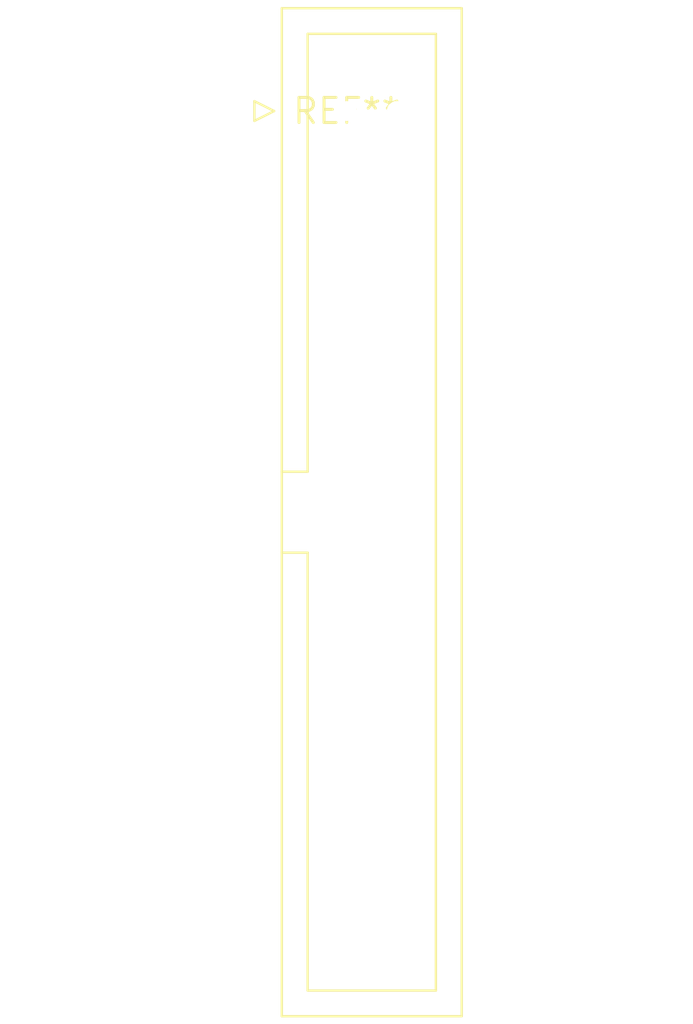
<source format=kicad_pcb>
(kicad_pcb (version 20240108) (generator pcbnew)
  (layers (0 "F.Cu" signal) (31 "B.Cu" signal) (34 "B.Paste" user) (35 "F.Paste" user) (36 "B.SilkS" user "B.Silkscreen") (37 "F.SilkS" user "F.Silkscreen") (38 "B.Mask" user) (39 "F.Mask" user) (44 "Edge.Cuts" user))
  (net 0 "")
  (footprint "IDC-Header_2x17_P2.54mm_Vertical" (layer "F.Cu") (at 0 0)
    (property "Reference" "REF**")
    (property "Value" "IDC-Header_2x17_P2.54mm_Vertical")
    (fp_line (start -4.68 -0.5) (end -4.68 0.5) (layer "F.SilkS") (stroke (width 0.12)))
    (fp_line (start -4.68 0.5) (end -3.68 0) (layer "F.SilkS") (stroke (width 0.12)))
    (fp_line (start -3.68 0) (end -4.68 -0.5) (layer "F.SilkS") (stroke (width 0.12)))
    (fp_line (start -3.29 -5.21) (end 5.83 -5.21) (layer "F.SilkS") (stroke (width 0.12)))
    (fp_line (start -3.29 18.27) (end -1.98 18.27) (layer "F.SilkS") (stroke (width 0.12)))
    (fp_line (start -3.29 45.85) (end -3.29 -5.21) (layer "F.SilkS") (stroke (width 0.12)))
    (fp_line (start -1.98 -3.91) (end 4.52 -3.91) (layer "F.SilkS") (stroke (width 0.12)))
    (fp_line (start -1.98 18.27) (end -1.98 -3.91) (layer "F.SilkS") (stroke (width 0.12)))
    (fp_line (start -1.98 22.37) (end -3.29 22.37) (layer "F.SilkS") (stroke (width 0.12)))
    (fp_line (start -1.98 22.37) (end -1.98 22.37) (layer "F.SilkS") (stroke (width 0.12)))
    (fp_line (start -1.98 44.55) (end -1.98 22.37) (layer "F.SilkS") (stroke (width 0.12)))
    (fp_line (start 4.52 -3.91) (end 4.52 44.55) (layer "F.SilkS") (stroke (width 0.12)))
    (fp_line (start 4.52 44.55) (end -1.98 44.55) (layer "F.SilkS") (stroke (width 0.12)))
    (fp_line (start 5.83 -5.21) (end 5.83 45.85) (layer "F.SilkS") (stroke (width 0.12)))
    (fp_line (start 5.83 45.85) (end -3.29 45.85) (layer "F.SilkS") (stroke (width 0.12)))
    (pad "1" thru_hole roundrect (at 0 0) (size 1.7 1.7) (drill 1) (layers *.Cu *.Mask) (remove_unused_layers) (roundrect_rratio 0.147059))
    (pad "2" thru_hole circle (at 2.54 0) (size 1.7 1.7) (drill 1) (layers *.Cu *.Mask) (remove_unused_layers))
    (pad "3" thru_hole circle (at 0 2.54) (size 1.7 1.7) (drill 1) (layers *.Cu *.Mask) (remove_unused_layers))
    (pad "4" thru_hole circle (at 2.54 2.54) (size 1.7 1.7) (drill 1) (layers *.Cu *.Mask) (remove_unused_layers))
    (pad "5" thru_hole circle (at 0 5.08) (size 1.7 1.7) (drill 1) (layers *.Cu *.Mask) (remove_unused_layers))
    (pad "6" thru_hole circle (at 2.54 5.08) (size 1.7 1.7) (drill 1) (layers *.Cu *.Mask) (remove_unused_layers))
    (pad "7" thru_hole circle (at 0 7.62) (size 1.7 1.7) (drill 1) (layers *.Cu *.Mask) (remove_unused_layers))
    (pad "8" thru_hole circle (at 2.54 7.62) (size 1.7 1.7) (drill 1) (layers *.Cu *.Mask) (remove_unused_layers))
    (pad "9" thru_hole circle (at 0 10.16) (size 1.7 1.7) (drill 1) (layers *.Cu *.Mask) (remove_unused_layers))
    (pad "10" thru_hole circle (at 2.54 10.16) (size 1.7 1.7) (drill 1) (layers *.Cu *.Mask) (remove_unused_layers))
    (pad "11" thru_hole circle (at 0 12.7) (size 1.7 1.7) (drill 1) (layers *.Cu *.Mask) (remove_unused_layers))
    (pad "12" thru_hole circle (at 2.54 12.7) (size 1.7 1.7) (drill 1) (layers *.Cu *.Mask) (remove_unused_layers))
    (pad "13" thru_hole circle (at 0 15.24) (size 1.7 1.7) (drill 1) (layers *.Cu *.Mask) (remove_unused_layers))
    (pad "14" thru_hole circle (at 2.54 15.24) (size 1.7 1.7) (drill 1) (layers *.Cu *.Mask) (remove_unused_layers))
    (pad "15" thru_hole circle (at 0 17.78) (size 1.7 1.7) (drill 1) (layers *.Cu *.Mask) (remove_unused_layers))
    (pad "16" thru_hole circle (at 2.54 17.78) (size 1.7 1.7) (drill 1) (layers *.Cu *.Mask) (remove_unused_layers))
    (pad "17" thru_hole circle (at 0 20.32) (size 1.7 1.7) (drill 1) (layers *.Cu *.Mask) (remove_unused_layers))
    (pad "18" thru_hole circle (at 2.54 20.32) (size 1.7 1.7) (drill 1) (layers *.Cu *.Mask) (remove_unused_layers))
    (pad "19" thru_hole circle (at 0 22.86) (size 1.7 1.7) (drill 1) (layers *.Cu *.Mask) (remove_unused_layers))
    (pad "20" thru_hole circle (at 2.54 22.86) (size 1.7 1.7) (drill 1) (layers *.Cu *.Mask) (remove_unused_layers))
    (pad "21" thru_hole circle (at 0 25.4) (size 1.7 1.7) (drill 1) (layers *.Cu *.Mask) (remove_unused_layers))
    (pad "22" thru_hole circle (at 2.54 25.4) (size 1.7 1.7) (drill 1) (layers *.Cu *.Mask) (remove_unused_layers))
    (pad "23" thru_hole circle (at 0 27.94) (size 1.7 1.7) (drill 1) (layers *.Cu *.Mask) (remove_unused_layers))
    (pad "24" thru_hole circle (at 2.54 27.94) (size 1.7 1.7) (drill 1) (layers *.Cu *.Mask) (remove_unused_layers))
    (pad "25" thru_hole circle (at 0 30.48) (size 1.7 1.7) (drill 1) (layers *.Cu *.Mask) (remove_unused_layers))
    (pad "26" thru_hole circle (at 2.54 30.48) (size 1.7 1.7) (drill 1) (layers *.Cu *.Mask) (remove_unused_layers))
    (pad "27" thru_hole circle (at 0 33.02) (size 1.7 1.7) (drill 1) (layers *.Cu *.Mask) (remove_unused_layers))
    (pad "28" thru_hole circle (at 2.54 33.02) (size 1.7 1.7) (drill 1) (layers *.Cu *.Mask) (remove_unused_layers))
    (pad "29" thru_hole circle (at 0 35.56) (size 1.7 1.7) (drill 1) (layers *.Cu *.Mask) (remove_unused_layers))
    (pad "30" thru_hole circle (at 2.54 35.56) (size 1.7 1.7) (drill 1) (layers *.Cu *.Mask) (remove_unused_layers))
    (pad "31" thru_hole circle (at 0 38.1) (size 1.7 1.7) (drill 1) (layers *.Cu *.Mask) (remove_unused_layers))
    (pad "32" thru_hole circle (at 2.54 38.1) (size 1.7 1.7) (drill 1) (layers *.Cu *.Mask) (remove_unused_layers))
    (pad "33" thru_hole circle (at 0 40.64) (size 1.7 1.7) (drill 1) (layers *.Cu *.Mask) (remove_unused_layers))
    (pad "34" thru_hole circle (at 2.54 40.64) (size 1.7 1.7) (drill 1) (layers *.Cu *.Mask) (remove_unused_layers))
  )
)
</source>
